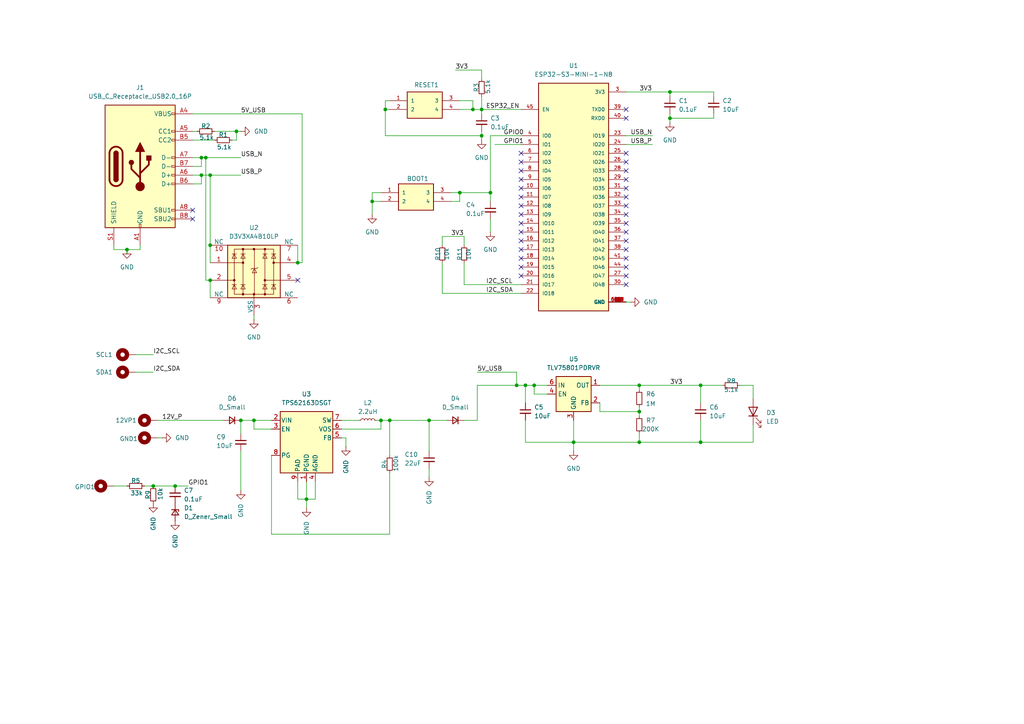
<source format=kicad_sch>
(kicad_sch (version 20231120) (generator "eeschema") (generator_version "8.0")
  (paper "A4")
  (lib_symbols
    (symbol "Connector:USB_C_Receptacle_USB2.0_16P" (pin_names (offset 1.016))
      (property "Reference" "J" (at 0 22.225 0))
      (property "Value" "USB_C_Receptacle_USB2.0_16P" (at 0 19.685 0))
      (symbol "USB_C_Receptacle_USB2.0_16P_1_1"
        (pin passive line (at 0 -22.86 90) (length 5.08) (name "GND") (number "A1"))
        (pin passive line (at 0 -22.86 90) (length 5.08) hide (name "GND") (number "A12"))
        (pin passive line (at 15.24 15.24 180) (length 5.08) (name "VBUS") (number "A4"))
        (pin bidirectional line (at 15.24 10.16 180) (length 5.08) (name "CC1") (number "A5"))
        (pin bidirectional line (at 15.24 -2.54 180) (length 5.08) (name "D+") (number "A6"))
        (pin bidirectional line (at 15.24 2.54 180) (length 5.08) (name "D-") (number "A7"))
        (pin bidirectional line (at 15.24 -12.7 180) (length 5.08) (name "SBU1") (number "A8"))
        (pin passive line (at 15.24 15.24 180) (length 5.08) hide (name "VBUS") (number "A9"))
        (pin passive line (at 0 -22.86 90) (length 5.08) hide (name "GND") (number "B1"))
        (pin passive line (at 0 -22.86 90) (length 5.08) hide (name "GND") (number "B12"))
        (pin passive line (at 15.24 15.24 180) (length 5.08) hide (name "VBUS") (number "B4"))
        (pin bidirectional line (at 15.24 7.62 180) (length 5.08) (name "CC2") (number "B5"))
        (pin bidirectional line (at 15.24 -5.08 180) (length 5.08) (name "D+") (number "B6"))
        (pin bidirectional line (at 15.24 0 180) (length 5.08) (name "D-") (number "B7"))
        (pin bidirectional line (at 15.24 -15.24 180) (length 5.08) (name "SBU2") (number "B8"))
        (pin passive line (at 15.24 15.24 180) (length 5.08) hide (name "VBUS") (number "B9"))
        (pin passive line (at -7.62 -22.86 90) (length 5.08) (name "SHIELD") (number "S1"))
      )
    )
    (symbol "Device:C_Small" (pin_numbers hide) (pin_names (offset 0.254) hide)
      (property "Reference" "C" (at 0.254 1.778 0))
      (property "Value" "C_Small" (at 0.254 -2.032 0))
      (symbol "C_Small_1_1"
        (pin passive line (at 0 2.54 270) (length 2.032) (name "~") (number "1"))
        (pin passive line (at 0 -2.54 90) (length 2.032) (name "~") (number "2"))
      )
    )
    (symbol "Device:D_Small" (pin_numbers hide) (pin_names (offset 0.254) hide)
      (property "Reference" "D" (at -1.27 2.032 0))
      (property "Value" "D_Small" (at -3.81 -2.032 0))
      (symbol "D_Small_1_1"
        (pin passive line (at -2.54 0 0) (length 1.778) (name "K") (number "1"))
        (pin passive line (at 2.54 0 180) (length 1.778) (name "A") (number "2"))
      )
    )
    (symbol "Device:D_Zener_Small" (pin_numbers hide) (pin_names (offset 0.254) hide)
      (property "Reference" "D" (at 0 2.286 0))
      (property "Value" "D_Zener_Small" (at 0 -2.286 0))
      (symbol "D_Zener_Small_1_1"
        (pin passive line (at -2.54 0 0) (length 1.778) (name "K") (number "1"))
        (pin passive line (at 2.54 0 180) (length 1.778) (name "A") (number "2"))
      )
    )
    (symbol "Device:LED" (pin_numbers hide) (pin_names (offset 1.016) hide)
      (property "Reference" "D" (at 0 2.54 0))
      (property "Value" "LED" (at 0 -2.54 0))
      (symbol "LED_1_1"
        (pin passive line (at -3.81 0 0) (length 2.54) (name "K") (number "1"))
        (pin passive line (at 3.81 0 180) (length 2.54) (name "A") (number "2"))
      )
    )
    (symbol "Device:L_Small" (pin_numbers hide) (pin_names (offset 0.254) hide)
      (property "Reference" "L" (at 0.762 1.016 0))
      (property "Value" "L_Small" (at 0.762 -1.016 0))
      (symbol "L_Small_1_1"
        (pin passive line (at 0 2.54 270) (length 0.508) (name "~") (number "1"))
        (pin passive line (at 0 -2.54 90) (length 0.508) (name "~") (number "2"))
      )
    )
    (symbol "Device:R_Small" (pin_numbers hide) (pin_names (offset 0.254) hide)
      (property "Reference" "R" (at 0.762 0.508 0))
      (property "Value" "R_Small" (at 0.762 -1.016 0))
      (symbol "R_Small_1_1"
        (pin passive line (at 0 2.54 270) (length 0.762) (name "~") (number "1"))
        (pin passive line (at 0 -2.54 90) (length 0.762) (name "~") (number "2"))
      )
    )
    (symbol "ESP32-S3-MINI-1-N8:ESP32-S3-MINI-1-N8" (pin_names (offset 1.016))
      (property "Reference" "U" (at -10.16 34.29 0))
      (property "Value" "ESP32-S3-MINI-1-N8" (at -10.16 -35.56 0))
      (symbol "ESP32-S3-MINI-1-N8_0_0"
        (pin power_in line (at 15.24 -30.48 180) (length 5.08) (name "GND") (number "1"))
        (pin bidirectional line (at -15.24 2.54 0) (length 5.08) (name "IO6") (number "10"))
        (pin bidirectional line (at -15.24 0 0) (length 5.08) (name "IO7") (number "11"))
        (pin bidirectional line (at -15.24 -2.54 0) (length 5.08) (name "IO8") (number "12"))
        (pin bidirectional line (at -15.24 -5.08 0) (length 5.08) (name "IO9") (number "13"))
        (pin bidirectional line (at -15.24 -7.62 0) (length 5.08) (name "IO10") (number "14"))
        (pin bidirectional line (at -15.24 -10.16 0) (length 5.08) (name "IO11") (number "15"))
        (pin bidirectional line (at -15.24 -12.7 0) (length 5.08) (name "IO12") (number "16"))
        (pin bidirectional line (at -15.24 -15.24 0) (length 5.08) (name "IO13") (number "17"))
        (pin bidirectional line (at -15.24 -17.78 0) (length 5.08) (name "IO14") (number "18"))
        (pin bidirectional line (at -15.24 -20.32 0) (length 5.08) (name "IO15") (number "19"))
        (pin power_in line (at 15.24 -30.48 180) (length 5.08) (name "GND") (number "2"))
        (pin bidirectional line (at -15.24 -22.86 0) (length 5.08) (name "IO16") (number "20"))
        (pin bidirectional line (at -15.24 -25.4 0) (length 5.08) (name "IO17") (number "21"))
        (pin bidirectional line (at -15.24 -27.94 0) (length 5.08) (name "IO18") (number "22"))
        (pin bidirectional line (at 15.24 17.78 180) (length 5.08) (name "IO19") (number "23"))
        (pin bidirectional line (at 15.24 15.24 180) (length 5.08) (name "IO20") (number "24"))
        (pin bidirectional line (at 15.24 12.7 180) (length 5.08) (name "IO21") (number "25"))
        (pin bidirectional line (at 15.24 10.16 180) (length 5.08) (name "IO26") (number "26"))
        (pin bidirectional line (at 15.24 -22.86 180) (length 5.08) (name "IO47") (number "27"))
        (pin bidirectional line (at 15.24 7.62 180) (length 5.08) (name "IO33") (number "28"))
        (pin bidirectional line (at 15.24 5.08 180) (length 5.08) (name "IO34") (number "29"))
        (pin power_in line (at 15.24 30.48 180) (length 5.08) (name "3V3") (number "3"))
        (pin bidirectional line (at 15.24 -25.4 180) (length 5.08) (name "IO48") (number "30"))
        (pin bidirectional line (at 15.24 2.54 180) (length 5.08) (name "IO35") (number "31"))
        (pin bidirectional line (at 15.24 0 180) (length 5.08) (name "IO36") (number "32"))
        (pin bidirectional line (at 15.24 -2.54 180) (length 5.08) (name "IO37") (number "33"))
        (pin bidirectional line (at 15.24 -5.08 180) (length 5.08) (name "IO38") (number "34"))
        (pin bidirectional line (at 15.24 -7.62 180) (length 5.08) (name "IO39") (number "35"))
        (pin bidirectional line (at 15.24 -10.16 180) (length 5.08) (name "IO40") (number "36"))
        (pin bidirectional line (at 15.24 -12.7 180) (length 5.08) (name "IO41") (number "37"))
        (pin bidirectional line (at 15.24 -15.24 180) (length 5.08) (name "IO42") (number "38"))
        (pin bidirectional line (at 15.24 25.4 180) (length 5.08) (name "TXD0") (number "39"))
        (pin bidirectional line (at -15.24 17.78 0) (length 5.08) (name "IO0") (number "4"))
        (pin bidirectional line (at 15.24 22.86 180) (length 5.08) (name "RXD0") (number "40"))
        (pin bidirectional line (at 15.24 -17.78 180) (length 5.08) (name "IO45") (number "41"))
        (pin power_in line (at 15.24 -30.48 180) (length 5.08) (name "GND") (number "42"))
        (pin power_in line (at 15.24 -30.48 180) (length 5.08) (name "GND") (number "43"))
        (pin bidirectional line (at 15.24 -20.32 180) (length 5.08) (name "IO46") (number "44"))
        (pin input line (at -15.24 25.4 0) (length 5.08) (name "EN") (number "45"))
        (pin power_in line (at 15.24 -30.48 180) (length 5.08) (name "GND") (number "46"))
        (pin power_in line (at 15.24 -30.48 180) (length 5.08) (name "GND") (number "47"))
        (pin power_in line (at 15.24 -30.48 180) (length 5.08) (name "GND") (number "48"))
        (pin power_in line (at 15.24 -30.48 180) (length 5.08) (name "GND") (number "49"))
        (pin bidirectional line (at -15.24 15.24 0) (length 5.08) (name "IO1") (number "5"))
        (pin power_in line (at 15.24 -30.48 180) (length 5.08) (name "GND") (number "50"))
        (pin power_in line (at 15.24 -30.48 180) (length 5.08) (name "GND") (number "51"))
        (pin power_in line (at 15.24 -30.48 180) (length 5.08) (name "GND") (number "52"))
        (pin power_in line (at 15.24 -30.48 180) (length 5.08) (name "GND") (number "53"))
        (pin power_in line (at 15.24 -30.48 180) (length 5.08) (name "GND") (number "54"))
        (pin power_in line (at 15.24 -30.48 180) (length 5.08) (name "GND") (number "55"))
        (pin power_in line (at 15.24 -30.48 180) (length 5.08) (name "GND") (number "56"))
        (pin power_in line (at 15.24 -30.48 180) (length 5.08) (name "GND") (number "57"))
        (pin power_in line (at 15.24 -30.48 180) (length 5.08) (name "GND") (number "58"))
        (pin power_in line (at 15.24 -30.48 180) (length 5.08) (name "GND") (number "59"))
        (pin bidirectional line (at -15.24 12.7 0) (length 5.08) (name "IO2") (number "6"))
        (pin power_in line (at 15.24 -30.48 180) (length 5.08) (name "GND") (number "60"))
        (pin power_in line (at 15.24 -30.48 180) (length 5.08) (name "GND") (number "61"))
        (pin power_in line (at 15.24 -30.48 180) (length 5.08) (name "GND") (number "61_1"))
        (pin power_in line (at 15.24 -30.48 180) (length 5.08) (name "GND") (number "61_2"))
        (pin power_in line (at 15.24 -30.48 180) (length 5.08) (name "GND") (number "61_3"))
        (pin power_in line (at 15.24 -30.48 180) (length 5.08) (name "GND") (number "61_4"))
        (pin power_in line (at 15.24 -30.48 180) (length 5.08) (name "GND") (number "61_5"))
        (pin power_in line (at 15.24 -30.48 180) (length 5.08) (name "GND") (number "61_6"))
        (pin power_in line (at 15.24 -30.48 180) (length 5.08) (name "GND") (number "61_7"))
        (pin power_in line (at 15.24 -30.48 180) (length 5.08) (name "GND") (number "61_8"))
        (pin power_in line (at 15.24 -30.48 180) (length 5.08) (name "GND") (number "62"))
        (pin power_in line (at 15.24 -30.48 180) (length 5.08) (name "GND") (number "63"))
        (pin power_in line (at 15.24 -30.48 180) (length 5.08) (name "GND") (number "64"))
        (pin power_in line (at 15.24 -30.48 180) (length 5.08) (name "GND") (number "65"))
        (pin bidirectional line (at -15.24 10.16 0) (length 5.08) (name "IO3") (number "7"))
        (pin bidirectional line (at -15.24 7.62 0) (length 5.08) (name "IO4") (number "8"))
        (pin bidirectional line (at -15.24 5.08 0) (length 5.08) (name "IO5") (number "9"))
      )
    )
    (symbol "Mechanical:MountingHole_Pad" (pin_numbers hide) (pin_names (offset 1.016) hide) (exclude_from_sim yes) (in_bom no)
      (property "Reference" "H" (at 0 6.35 0))
      (property "Value" "MountingHole_Pad" (at 0 4.445 0))
      (symbol "MountingHole_Pad_1_1"
        (pin input line (at 0 -2.54 90) (length 2.54) (name "1") (number "1"))
      )
    )
    (symbol "PTS810SJK250SMTRLFS:PTS810SJK250SMTRLFS" (pin_names (offset 1.016))
      (property "Reference" "S" (at 16.51 7.62 0))
      (property "Value" "PTS810SJK250SMTRLFS" (at 16.51 5.08 0))
      (symbol "PTS810SJK250SMTRLFS_0_0"
        (pin bidirectional line (at 0 0 0) (length 5.08) (name "1") (number "1"))
        (pin bidirectional line (at 0 -2.54 0) (length 5.08) (name "2") (number "2"))
        (pin bidirectional line (at 20.32 0 180) (length 5.08) (name "3") (number "3"))
        (pin bidirectional line (at 20.32 -2.54 180) (length 5.08) (name "4") (number "4"))
      )
    )
    (symbol "Power_Protection:D3V3XA4B10LP" (pin_names (offset 0))
      (property "Reference" "U" (at -0.635 8.89 0))
      (property "Value" "D3V3XA4B10LP" (at 8.89 -10.16 0))
      (symbol "D3V3XA4B10LP_1_1"
        (pin passive line (at -12.7 2.54 0) (length 5.08) (name "~") (number "1"))
        (pin free line (at -12.7 7.62 0) (length 5.08) (name "NC") (number "10"))
        (pin passive line (at -12.7 -2.54 0) (length 5.08) (name "~") (number "2"))
        (pin power_in line (at 0 -12.7 90) (length 5.08) (name "VSS") (number "3"))
        (pin passive line (at 12.7 2.54 180) (length 5.08) (name "~") (number "4"))
        (pin passive line (at 12.7 -2.54 180) (length 5.08) (name "~") (number "5"))
        (pin free line (at 12.7 -7.62 180) (length 5.08) (name "NC") (number "6"))
        (pin free line (at 12.7 7.62 180) (length 5.08) (name "NC") (number "7"))
        (pin passive line (at 0 -12.7 90) (length 5.08) hide (name "VSS") (number "8"))
        (pin free line (at -12.7 -7.62 0) (length 5.08) (name "NC") (number "9"))
      )
    )
    (symbol "Regulator_Linear:TLV75801PDRV"
      (property "Reference" "U" (at -3.81 6.35 0))
      (property "Value" "TLV75801PDRV" (at 0 6.35 0))
      (symbol "TLV75801PDRV_1_1"
        (pin power_out line (at 7.62 2.54 180) (length 2.54) (name "OUT") (number "1"))
        (pin input line (at 7.62 -2.54 180) (length 2.54) (name "FB") (number "2"))
        (pin power_in line (at 0 -7.62 90) (length 2.54) (name "GND") (number "3"))
        (pin input line (at -7.62 0 0) (length 2.54) (name "EN") (number "4"))
        (pin no_connect line (at 5.08 0 180) (length 2.54) hide (name "DNC") (number "5"))
        (pin power_in line (at -7.62 2.54 0) (length 2.54) (name "IN") (number "6"))
        (pin passive line (at 0 -7.62 90) (length 2.54) hide (name "GND") (number "7"))
      )
    )
    (symbol "Regulator_Switching:TPS62163DSG" (pin_names (offset 0.254))
      (property "Reference" "U" (at -7.62 11.43 0))
      (property "Value" "TPS62163DSG" (at -1.27 11.43 0))
      (symbol "TPS62163DSG_1_1"
        (pin power_in line (at 0 -10.16 90) (length 2.54) (name "PGND") (number "1"))
        (pin power_in line (at -10.16 7.62 0) (length 2.54) (name "VIN") (number "2"))
        (pin input line (at -10.16 5.08 0) (length 2.54) (name "EN") (number "3"))
        (pin power_in line (at 2.54 -10.16 90) (length 2.54) (name "AGND") (number "4"))
        (pin input line (at 10.16 2.54 180) (length 2.54) (name "FB") (number "5"))
        (pin input line (at 10.16 5.08 180) (length 2.54) (name "VOS") (number "6"))
        (pin output line (at 10.16 7.62 180) (length 2.54) (name "SW") (number "7"))
        (pin open_collector line (at -10.16 -2.54 0) (length 2.54) (name "PG") (number "8"))
        (pin power_in line (at -2.54 -10.16 90) (length 2.54) (name "PAD") (number "9"))
      )
    )
    (symbol "power:GND" (power) (pin_numbers hide) (pin_names (offset 0) hide)
      (property "Value" "GND" (at 0 -3.81 0))
      (symbol "GND_1_1"
        (pin power_in line (at 0 0 270) (length 0) (name "~") (number "1"))
      )
    )
  )
  (junction (at 86.36 76.2))
  (junction (at 194.31 26.67))
  (junction (at 107.95 58.42))
  (junction (at 185.42 119.38))
  (junction (at 69.85 121.92))
  (junction (at 58.42 45.72))
  (junction (at 185.42 111.76))
  (junction (at 44.45 140.97))
  (junction (at 139.7 31.75))
  (junction (at 194.31 34.29))
  (junction (at 59.69 45.72))
  (junction (at 142.24 55.88))
  (junction (at 111.76 31.75))
  (junction (at 139.7 39.37))
  (junction (at 110.49 121.92))
  (junction (at 133.35 55.88))
  (junction (at 124.46 121.92))
  (junction (at 36.83 72.39))
  (junction (at 203.2 111.76))
  (junction (at 185.42 128.27))
  (junction (at 149.86 111.76))
  (junction (at 166.37 128.27))
  (junction (at 137.16 31.75))
  (junction (at 152.4 111.76))
  (junction (at 203.2 128.27))
  (junction (at 88.9 144.78))
  (junction (at 50.8 140.97))
  (junction (at 113.03 121.92))
  (junction (at 58.42 50.8))
  (junction (at 68.58 38.1))
  (junction (at 73.66 121.92))
  (junction (at 154.94 111.76))
  (junction (at 60.96 71.12))
  (junction (at 60.96 81.28))
  (junction (at 60.96 50.8))
  (no_connect (at 151.13 44.45))
  (no_connect (at 181.61 59.69))
  (no_connect (at 181.61 67.31))
  (no_connect (at 181.61 57.15))
  (no_connect (at 55.88 60.96))
  (no_connect (at 151.13 54.61))
  (no_connect (at 151.13 62.23))
  (no_connect (at 181.61 31.75))
  (no_connect (at 151.13 57.15))
  (no_connect (at 181.61 62.23))
  (no_connect (at 151.13 52.07))
  (no_connect (at 181.61 69.85))
  (no_connect (at 181.61 49.53))
  (no_connect (at 181.61 34.29))
  (no_connect (at 151.13 64.77))
  (no_connect (at 181.61 46.99))
  (no_connect (at 151.13 69.85))
  (no_connect (at 151.13 67.31))
  (no_connect (at 181.61 82.55))
  (no_connect (at 55.88 63.5))
  (no_connect (at 181.61 80.01))
  (no_connect (at 181.61 54.61))
  (no_connect (at 151.13 59.69))
  (no_connect (at 151.13 80.01))
  (no_connect (at 181.61 44.45))
  (no_connect (at 181.61 77.47))
  (no_connect (at 181.61 72.39))
  (no_connect (at 151.13 49.53))
  (no_connect (at 181.61 74.93))
  (no_connect (at 181.61 52.07))
  (no_connect (at 86.36 81.28))
  (no_connect (at 151.13 77.47))
  (no_connect (at 151.13 74.93))
  (no_connect (at 181.61 64.77))
  (no_connect (at 151.13 46.99))
  (no_connect (at 151.13 72.39))
  (wire (pts (xy 55.88 50.8) (xy 58.42 50.8)))
  (wire (pts (xy 207.01 26.67) (xy 194.31 26.67)))
  (wire (pts (xy 138.43 121.92) (xy 138.43 111.76)))
  (wire (pts (xy 86.36 71.12) (xy 86.36 76.2)))
  (wire (pts (xy 100.33 127) (xy 100.33 129.54)))
  (wire (pts (xy 45.72 121.92) (xy 64.77 121.92)))
  (wire (pts (xy 151.13 82.55) (xy 134.62 82.55)))
  (wire (pts (xy 55.88 53.34) (xy 58.42 53.34)))
  (wire (pts (xy 137.16 29.21) (xy 137.16 31.75)))
  (wire (pts (xy 99.06 124.46) (xy 110.49 124.46)))
  (wire (pts (xy 130.81 55.88) (xy 133.35 55.88)))
  (wire (pts (xy 73.66 92.71) (xy 73.66 91.44)))
  (wire (pts (xy 78.74 154.94) (xy 113.03 154.94)))
  (wire (pts (xy 154.94 114.3) (xy 154.94 111.76)))
  (wire (pts (xy 142.24 63.5) (xy 142.24 67.31)))
  (wire (pts (xy 133.35 31.75) (xy 137.16 31.75)))
  (wire (pts (xy 185.42 118.11) (xy 185.42 119.38)))
  (wire (pts (xy 134.62 68.58) (xy 134.62 71.12)))
  (wire (pts (xy 139.7 22.86) (xy 139.7 20.32)))
  (wire (pts (xy 128.27 76.2) (xy 128.27 85.09)))
  (wire (pts (xy 218.44 128.27) (xy 203.2 128.27)))
  (wire (pts (xy 194.31 34.29) (xy 194.31 33.02)))
  (wire (pts (xy 218.44 111.76) (xy 218.44 115.57)))
  (wire (pts (xy 86.36 144.78) (xy 88.9 144.78)))
  (wire (pts (xy 128.27 85.09) (xy 151.13 85.09)))
  (wire (pts (xy 152.4 128.27) (xy 166.37 128.27)))
  (wire (pts (xy 60.96 81.28) (xy 60.96 86.36)))
  (wire (pts (xy 203.2 121.92) (xy 203.2 128.27)))
  (wire (pts (xy 185.42 125.73) (xy 185.42 128.27)))
  (wire (pts (xy 139.7 39.37) (xy 139.7 40.64)))
  (wire (pts (xy 166.37 121.92) (xy 166.37 128.27)))
  (wire (pts (xy 113.03 121.92) (xy 124.46 121.92)))
  (wire (pts (xy 181.61 39.37) (xy 189.23 39.37)))
  (wire (pts (xy 111.76 31.75) (xy 113.03 31.75)))
  (wire (pts (xy 138.43 121.92) (xy 134.62 121.92)))
  (wire (pts (xy 149.86 111.76) (xy 152.4 111.76)))
  (wire (pts (xy 124.46 135.89) (xy 124.46 138.43)))
  (wire (pts (xy 152.4 121.92) (xy 152.4 128.27)))
  (wire (pts (xy 69.85 38.1) (xy 68.58 38.1)))
  (wire (pts (xy 58.42 45.72) (xy 58.42 48.26)))
  (wire (pts (xy 88.9 144.78) (xy 88.9 147.32)))
  (wire (pts (xy 138.43 107.95) (xy 149.86 107.95)))
  (wire (pts (xy 203.2 128.27) (xy 185.42 128.27)))
  (wire (pts (xy 36.83 72.39) (xy 36.83 73.66)))
  (wire (pts (xy 207.01 34.29) (xy 207.01 33.02)))
  (wire (pts (xy 69.85 130.81) (xy 69.85 142.24)))
  (wire (pts (xy 133.35 58.42) (xy 130.81 58.42)))
  (wire (pts (xy 55.88 45.72) (xy 58.42 45.72)))
  (wire (pts (xy 46.99 127) (xy 45.72 127)))
  (wire (pts (xy 60.96 81.28) (xy 59.69 81.28)))
  (wire (pts (xy 55.88 48.26) (xy 58.42 48.26)))
  (wire (pts (xy 62.23 38.1) (xy 68.58 38.1)))
  (wire (pts (xy 139.7 31.75) (xy 151.13 31.75)))
  (wire (pts (xy 59.69 81.28) (xy 59.69 45.72)))
  (wire (pts (xy 55.88 33.02) (xy 87.63 33.02)))
  (wire (pts (xy 88.9 144.78) (xy 91.44 144.78)))
  (wire (pts (xy 166.37 128.27) (xy 166.37 130.81)))
  (wire (pts (xy 58.42 50.8) (xy 60.96 50.8)))
  (wire (pts (xy 39.37 102.87) (xy 44.45 102.87)))
  (wire (pts (xy 194.31 34.29) (xy 207.01 34.29)))
  (wire (pts (xy 152.4 111.76) (xy 152.4 116.84)))
  (wire (pts (xy 87.63 33.02) (xy 87.63 76.2)))
  (wire (pts (xy 110.49 55.88) (xy 107.95 55.88)))
  (wire (pts (xy 185.42 113.03) (xy 185.42 111.76)))
  (wire (pts (xy 113.03 121.92) (xy 113.03 132.08)))
  (wire (pts (xy 139.7 33.02) (xy 139.7 31.75)))
  (wire (pts (xy 60.96 71.12) (xy 60.96 50.8)))
  (wire (pts (xy 137.16 31.75) (xy 139.7 31.75)))
  (wire (pts (xy 154.94 111.76) (xy 158.75 111.76)))
  (wire (pts (xy 86.36 139.7) (xy 86.36 144.78)))
  (wire (pts (xy 67.31 40.64) (xy 68.58 40.64)))
  (wire (pts (xy 58.42 45.72) (xy 59.69 45.72)))
  (wire (pts (xy 139.7 27.94) (xy 139.7 31.75)))
  (wire (pts (xy 142.24 39.37) (xy 151.13 39.37)))
  (wire (pts (xy 134.62 82.55) (xy 134.62 76.2)))
  (wire (pts (xy 33.02 71.12) (xy 33.02 72.39)))
  (wire (pts (xy 128.27 68.58) (xy 134.62 68.58)))
  (wire (pts (xy 111.76 29.21) (xy 111.76 31.75)))
  (wire (pts (xy 142.24 55.88) (xy 133.35 55.88)))
  (wire (pts (xy 60.96 71.12) (xy 60.96 76.2)))
  (wire (pts (xy 132.08 20.32) (xy 139.7 20.32)))
  (wire (pts (xy 109.22 121.92) (xy 110.49 121.92)))
  (wire (pts (xy 207.01 26.67) (xy 207.01 27.94)))
  (wire (pts (xy 107.95 55.88) (xy 107.95 58.42)))
  (wire (pts (xy 181.61 41.91) (xy 189.23 41.91)))
  (wire (pts (xy 149.86 111.76) (xy 149.86 107.95)))
  (wire (pts (xy 60.96 50.8) (xy 69.85 50.8)))
  (wire (pts (xy 139.7 39.37) (xy 111.76 39.37)))
  (wire (pts (xy 124.46 121.92) (xy 129.54 121.92)))
  (wire (pts (xy 194.31 34.29) (xy 194.31 35.56)))
  (wire (pts (xy 33.02 140.97) (xy 36.83 140.97)))
  (wire (pts (xy 181.61 26.67) (xy 194.31 26.67)))
  (wire (pts (xy 203.2 111.76) (xy 203.2 116.84)))
  (wire (pts (xy 181.61 87.63) (xy 182.88 87.63)))
  (wire (pts (xy 99.06 121.92) (xy 104.14 121.92)))
  (wire (pts (xy 110.49 124.46) (xy 110.49 121.92)))
  (wire (pts (xy 55.88 38.1) (xy 57.15 38.1)))
  (wire (pts (xy 55.88 40.64) (xy 62.23 40.64)))
  (wire (pts (xy 203.2 111.76) (xy 209.55 111.76)))
  (wire (pts (xy 58.42 53.34) (xy 58.42 50.8)))
  (wire (pts (xy 173.99 119.38) (xy 185.42 119.38)))
  (wire (pts (xy 111.76 31.75) (xy 111.76 39.37)))
  (wire (pts (xy 173.99 116.84) (xy 173.99 119.38)))
  (wire (pts (xy 73.66 121.92) (xy 78.74 121.92)))
  (wire (pts (xy 50.8 140.97) (xy 54.61 140.97)))
  (wire (pts (xy 73.66 124.46) (xy 73.66 121.92)))
  (wire (pts (xy 142.24 55.88) (xy 142.24 58.42)))
  (wire (pts (xy 194.31 27.94) (xy 194.31 26.67)))
  (wire (pts (xy 142.24 39.37) (xy 142.24 55.88)))
  (wire (pts (xy 152.4 111.76) (xy 154.94 111.76)))
  (wire (pts (xy 185.42 111.76) (xy 203.2 111.76)))
  (wire (pts (xy 133.35 29.21) (xy 137.16 29.21)))
  (wire (pts (xy 138.43 111.76) (xy 149.86 111.76)))
  (wire (pts (xy 99.06 127) (xy 100.33 127)))
  (wire (pts (xy 86.36 76.2) (xy 87.63 76.2)))
  (wire (pts (xy 78.74 124.46) (xy 73.66 124.46)))
  (wire (pts (xy 68.58 40.64) (xy 68.58 38.1)))
  (wire (pts (xy 133.35 55.88) (xy 133.35 58.42)))
  (wire (pts (xy 41.91 140.97) (xy 44.45 140.97)))
  (wire (pts (xy 185.42 119.38) (xy 185.42 120.65)))
  (wire (pts (xy 113.03 137.16) (xy 113.03 154.94)))
  (wire (pts (xy 40.64 72.39) (xy 36.83 72.39)))
  (wire (pts (xy 88.9 139.7) (xy 88.9 144.78)))
  (wire (pts (xy 59.69 45.72) (xy 69.85 45.72)))
  (wire (pts (xy 33.02 72.39) (xy 36.83 72.39)))
  (wire (pts (xy 139.7 38.1) (xy 139.7 39.37)))
  (wire (pts (xy 39.37 107.95) (xy 44.45 107.95)))
  (wire (pts (xy 107.95 58.42) (xy 107.95 62.23)))
  (wire (pts (xy 214.63 111.76) (xy 218.44 111.76)))
  (wire (pts (xy 124.46 121.92) (xy 124.46 130.81)))
  (wire (pts (xy 185.42 128.27) (xy 166.37 128.27)))
  (wire (pts (xy 173.99 111.76) (xy 185.42 111.76)))
  (wire (pts (xy 78.74 132.08) (xy 78.74 154.94)))
  (wire (pts (xy 69.85 121.92) (xy 73.66 121.92)))
  (wire (pts (xy 111.76 29.21) (xy 113.03 29.21)))
  (wire (pts (xy 40.64 71.12) (xy 40.64 72.39)))
  (wire (pts (xy 158.75 114.3) (xy 154.94 114.3)))
  (wire (pts (xy 69.85 121.92) (xy 69.85 125.73)))
  (wire (pts (xy 91.44 139.7) (xy 91.44 144.78)))
  (wire (pts (xy 110.49 121.92) (xy 113.03 121.92)))
  (wire (pts (xy 44.45 140.97) (xy 50.8 140.97)))
  (wire (pts (xy 107.95 58.42) (xy 110.49 58.42)))
  (wire (pts (xy 128.27 71.12) (xy 128.27 68.58)))
  (wire (pts (xy 143.51 41.91) (xy 151.13 41.91)))
  (wire (pts (xy 218.44 123.19) (xy 218.44 128.27)))
  (label "3V3" (at 194.31 111.76 0))
  (label "5V_USB" (at 138.43 107.95 0))
  (label "I2C_SCL" (at 140.97 82.55 0))
  (label "GPIO1" (at 54.61 140.97 0))
  (label "ESP32_EN" (at 140.97 31.75 0))
  (label "I2C_SCL" (at 44.45 102.87 0))
  (label "3V3" (at 130.81 68.58 0))
  (label "USB_N" (at 69.85 45.72 0))
  (label "I2C_SDA" (at 140.97 85.09 0))
  (label "GPIO1" (at 146.05 41.91 0))
  (label "USB_P" (at 182.88 41.91 0))
  (label "I2C_SDA" (at 44.45 107.95 0))
  (label "12V_P" (at 46.99 121.92 0))
  (label "USB_N" (at 182.88 39.37 0))
  (label "3V3" (at 132.08 20.32 0))
  (label "5V_USB" (at 69.85 33.02 0))
  (label "3V3" (at 185.42 26.67 0))
  (label "GPIO0" (at 146.05 39.37 0))
  (label "USB_P" (at 69.85 50.8 0))
  (symbol (lib_id "Regulator_Switching:TPS62163DSG") (at 88.9 129.54 0) (unit 1)
    (property "Reference" "U3" (at 88.9 114.3 0))
    (property "Value" "TPS62163DSGT" (at 88.9 116.84 0))
    (property "Footprint" "Package_SON:WSON-8-1EP_2x2mm_P0.5mm_EP0.9x1.6mm_ThermalVias" (effects (hide yes)))
    (property "Datasheet" "http://www.ti.com/lit/ds/symlink/tps62160.pdf" (effects (hide yes)))
    (property "Description" "1A Step-Down Converter with DCS-Control, fixed 5.0V output, 3-17V input voltage, WSON-8" (effects (hide yes)))
    (property "MANUFACTURER" "Texas Instruments" (effects (hide yes)))
    (property "Part#" "TPS62163DSGT" (effects (hide yes)))
  )
  (symbol (lib_id "Device:R_Small") (at 59.69 38.1 90) (unit 1)
    (property "Reference" "R2" (at 59.69 36.576 90))
    (property "Value" "5.1k" (at 59.944 39.878 90))
    (property "Footprint" "Resistor_SMD:R_0603_1608Metric" (effects (hide yes)))
    (property "Datasheet" "https://www.yageo.com/upload/media/product/products/datasheet/rchip/PYu-RC_Group_51_RoHS_L_12.pdf" (effects (hide yes)))
    (property "Description" "Resistor, small symbol" (effects (hide yes)))
    (property "MANUFACTURER" "YAGEO" (effects (hide yes)))
    (property "Part#" "RC0603FR-075K1L" (effects (hide yes)))
  )
  (symbol (lib_id "Device:D_Small") (at 132.08 121.92 180) (unit 1)
    (property "Reference" "D4" (at 132.08 115.57 0))
    (property "Value" "D_Small" (at 132.08 118.11 0))
    (property "Footprint" "Diode_SMD:D_SOD-123" (effects (hide yes)))
    (property "Datasheet" "https://www.panjit.com.tw/upload/datasheet/SS1030_SERIES.pdf" (effects (hide yes)))
    (property "Description" "Diode, small symbol" (effects (hide yes)))
    (property "Sim.Device" "D" (effects (hide yes)))
    (property "Sim.Pins" "1=K 2=A" (effects (hide yes)))
    (property "Part#" "SS1030_R1_00001" (effects (hide yes)))
    (property "MANUFACTURER" "Panjit International Inc." (effects (hide yes)))
  )
  (symbol (lib_id "Device:D_Zener_Small") (at 50.8 148.59 270) (unit 1)
    (property "Reference" "D1" (at 53.34 147.3199 90) (effects (justify left)))
    (property "Value" "D_Zener_Small" (at 53.34 149.8599 90) (effects (justify left)))
    (property "Footprint" "Diode_SMD:D_SOD-123" (effects (hide yes)))
    (property "Datasheet" "https://www.diodes.com/assets/Datasheets/ds30410.pdf" (effects (hide yes)))
    (property "Description" "Zener diode, small symbol" (effects (hide yes)))
    (property "MANUFACTURER" "Diodes Incorporated" (effects (hide yes)))
    (property "Part#" "DDZ9684-7" (effects (hide yes)))
  )
  (symbol (lib_id "power:GND") (at 50.8 151.13 0) (unit 1)
    (property "Reference" "#PWR012" (effects (hide yes)))
    (property "Value" "GND" (at 50.8001 154.94 90) (effects (justify right)))
    (property "Description" "Power symbol creates a global label with name \"GND\" , ground" (effects (hide yes)))
  )
  (symbol (lib_id "Mechanical:MountingHole_Pad") (at 30.48 140.97 90) (unit 1) (exclude_from_sim yes) (in_bom no)
    (property "Reference" "GPIO1" (at 24.638 141.224 90))
    (property "Footprint" "TestPoint:TestPoint_THTPad_D1.0mm_Drill0.5mm" (effects (hide yes)))
    (property "Description" "Mounting Hole with connection" (effects (hide yes)))
  )
  (symbol (lib_id "power:GND") (at 139.7 40.64 0) (unit 1)
    (property "Reference" "#PWR06" (effects (hide yes)))
    (property "Value" "GND" (at 139.7 45.72 0))
    (property "Description" "Power symbol creates a global label with name \"GND\" , ground" (effects (hide yes)))
  )
  (symbol (lib_id "Regulator_Linear:TLV75801PDRV") (at 166.37 114.3 0) (unit 1)
    (property "Reference" "U5" (at 166.37 104.14 0))
    (property "Value" "TLV75801PDRVR" (at 166.37 106.68 0))
    (property "Footprint" "Package_SON:WSON-6-1EP_2x2mm_P0.65mm_EP1x1.6mm" (effects (hide yes)))
    (property "Datasheet" "https://www.ti.com/lit/ds/symlink/tlv758p.pdf?ts=1698226070408&ref_url=https%253A%252F%252Fwww.ti.com%252Fproduct%252FTLV758P%252Fpart-details%252FTLV75801PDRVR" (effects (hide yes)))
    (property "Description" "500mA Low-Dropout Linear Regulator, Adjustable Output, WSON-6" (effects (hide yes)))
    (property "Part#" "TLV75801PDRVR" (effects (hide yes)))
    (property "MANUFACTURER" "Texas Instruments" (effects (hide yes)))
  )
  (symbol (lib_id "power:GND") (at 69.85 38.1 90) (unit 1)
    (property "Reference" "#PWR01" (effects (hide yes)))
    (property "Value" "GND" (at 73.66 38.0999 90) (effects (justify right)))
    (property "Description" "Power symbol creates a global label with name \"GND\" , ground" (effects (hide yes)))
  )
  (symbol (lib_id "power:GND") (at 46.99 127 90) (unit 1)
    (property "Reference" "#PWR010" (effects (hide yes)))
    (property "Value" "GND" (at 50.8 126.9999 90) (effects (justify right)))
    (property "Description" "Power symbol creates a global label with name \"GND\" , ground" (effects (hide yes)))
  )
  (symbol (lib_id "Device:D_Small") (at 67.31 121.92 180) (unit 1)
    (property "Reference" "D6" (at 67.31 115.57 0))
    (property "Value" "D_Small" (at 67.31 118.11 0))
    (property "Footprint" "Diode_SMD:D_SOD-123" (effects (hide yes)))
    (property "Datasheet" "https://www.panjit.com.tw/upload/datasheet/SS1030_SERIES.pdf" (effects (hide yes)))
    (property "Description" "Diode, small symbol" (effects (hide yes)))
    (property "Sim.Device" "D" (effects (hide yes)))
    (property "Sim.Pins" "1=K 2=A" (effects (hide yes)))
    (property "Part#" "SS1030_R1_00001" (effects (hide yes)))
    (property "MANUFACTURER" "Panjit International Inc." (effects (hide yes)))
  )
  (symbol (lib_id "Device:C_Small") (at 50.8 143.51 0) (unit 1)
    (property "Reference" "C7" (at 53.34 142.2462 0) (effects (justify left)))
    (property "Value" "0.1uF" (at 53.34 144.7862 0) (effects (justify left)))
    (property "Footprint" "Capacitor_SMD:C_0603_1608Metric" (effects (hide yes)))
    (property "Datasheet" "https://www.yageo.com/upload/media/product/productsearch/datasheet/mlcc/UPY-GPHC_X7R_6.3V-to-250V_24.pdf" (effects (hide yes)))
    (property "Description" "Unpolarized capacitor, small symbol" (effects (hide yes)))
    (property "Part#" "CC0603KRX7R7BB104" (effects (hide yes)))
    (property "MANUFACTURER" "YAGEO" (effects (hide yes)))
  )
  (symbol (lib_id "Device:C_Small") (at 207.01 30.48 0) (unit 1)
    (property "Reference" "C2" (at 209.55 29.2162 0) (effects (justify left)))
    (property "Value" "10uF" (at 209.55 31.7562 0) (effects (justify left)))
    (property "Footprint" "Capacitor_SMD:C_0603_1608Metric" (effects (hide yes)))
    (property "Datasheet" "https://mm.digikey.com/Volume0/opasdata/d220001/medias/docus/609/CL10A106KQ8NNNC_Spec.pdf" (effects (hide yes)))
    (property "Description" "Unpolarized capacitor, small symbol" (effects (hide yes)))
    (property "Part#" "CL10A106KQ8NNNC" (effects (hide yes)))
    (property "MANUFACTURER" "Samsung Electro-Mechanics" (effects (hide yes)))
  )
  (symbol (lib_id "Power_Protection:D3V3XA4B10LP") (at 73.66 78.74 0) (unit 1)
    (property "Reference" "U2" (at 73.66 66.04 0))
    (property "Value" "D3V3XA4B10LP" (at 73.66 68.58 0))
    (property "Footprint" "Package_DFN_QFN:Diodes_UDFN-10_1.0x2.5mm_P0.5mm" (effects (hide yes)))
    (property "Datasheet" "https://www.diodes.com/assets/Datasheets/D3V3XA4B10LP.pdf" (effects (hide yes)))
    (property "Description" "4-Channel Low Capacitance TVS Diode Array, DFN-10" (effects (hide yes)))
    (property "Part#" "D3V3XA4B10LP-7" (effects (hide yes)))
    (property "MANUFACTURER" "Diodes Incorporated" (effects (hide yes)))
  )
  (symbol (lib_id "power:GND") (at 142.24 67.31 0) (unit 1)
    (property "Reference" "#PWR08" (effects (hide yes)))
    (property "Value" "GND" (at 142.24 72.39 0))
    (property "Description" "Power symbol creates a global label with name \"GND\" , ground" (effects (hide yes)))
  )
  (symbol (lib_id "Device:R_Small") (at 39.37 140.97 90) (unit 1)
    (property "Reference" "R5" (at 39.37 139.446 90))
    (property "Value" "33k" (at 39.624 143.002 90))
    (property "Footprint" "Resistor_SMD:R_0603_1608Metric" (effects (hide yes)))
    (property "Datasheet" "https://www.yageo.com/upload/media/product/products/datasheet/rchip/PYu-RC_Group_51_RoHS_L_12.pdf" (effects (hide yes)))
    (property "Description" "Resistor, small symbol" (effects (hide yes)))
    (property "MANUFACTURER" "YAGEO" (effects (hide yes)))
    (property "Part#" "RC0603FR-0733KL" (effects (hide yes)))
  )
  (symbol (lib_id "Device:L_Small") (at 106.68 121.92 90) (unit 1)
    (property "Reference" "L2" (at 106.68 116.84 90))
    (property "Value" "2.2uH" (at 106.68 119.38 90))
    (property "Footprint" "Inductor_SMD:L_0603_1608Metric" (effects (hide yes)))
    (property "Datasheet" "https://mm.digikey.com/Volume0/opasdata/d220001/medias/docus/2166/CIGT201610LM2R2MNE_Spec.pdf" (effects (hide yes)))
    (property "Description" "Inductor, small symbol" (effects (hide yes)))
    (property "Part#" "CIGT201610LM2R2MNE" (effects (hide yes)))
    (property "MANUFACTURER" "Samsung Electro-Mechanics" (effects (hide yes)))
  )
  (symbol (lib_id "power:GND") (at 100.33 129.54 0) (unit 1)
    (property "Reference" "#PWR018" (effects (hide yes)))
    (property "Value" "GND" (at 100.3301 133.35 90) (effects (justify right)))
    (property "Description" "Power symbol creates a global label with name \"GND\" , ground" (effects (hide yes)))
  )
  (symbol (lib_id "power:GND") (at 182.88 87.63 90) (unit 1)
    (property "Reference" "#PWR05" (effects (hide yes)))
    (property "Value" "GND" (at 186.69 87.6299 90) (effects (justify right)))
    (property "Description" "Power symbol creates a global label with name \"GND\" , ground" (effects (hide yes)))
  )
  (symbol (lib_id "Device:C_Small") (at 139.7 35.56 0) (unit 1)
    (property "Reference" "C3" (at 142.24 34.2962 0) (effects (justify left)))
    (property "Value" "0.1uF" (at 142.24 36.8362 0) (effects (justify left)))
    (property "Footprint" "Capacitor_SMD:C_0603_1608Metric" (effects (hide yes)))
    (property "Datasheet" "https://www.yageo.com/upload/media/product/productsearch/datasheet/mlcc/UPY-GPHC_X7R_6.3V-to-250V_24.pdf" (effects (hide yes)))
    (property "Description" "Unpolarized capacitor, small symbol" (effects (hide yes)))
    (property "Part#" "CC0603KRX7R7BB104" (effects (hide yes)))
    (property "MANUFACTURER" "YAGEO" (effects (hide yes)))
  )
  (symbol (lib_id "Device:C_Small") (at 194.31 30.48 0) (unit 1)
    (property "Reference" "C1" (at 196.85 29.2162 0) (effects (justify left)))
    (property "Value" "0.1uF" (at 196.85 31.7562 0) (effects (justify left)))
    (property "Footprint" "Capacitor_SMD:C_0603_1608Metric" (effects (hide yes)))
    (property "Datasheet" "https://www.yageo.com/upload/media/product/productsearch/datasheet/mlcc/UPY-GPHC_X7R_6.3V-to-250V_24.pdf" (effects (hide yes)))
    (property "Description" "Unpolarized capacitor, small symbol" (effects (hide yes)))
    (property "Part#" "CC0603KRX7R7BB104" (effects (hide yes)))
    (property "MANUFACTURER" "YAGEO" (effects (hide yes)))
  )
  (symbol (lib_id "PTS810SJK250SMTRLFS:PTS810SJK250SMTRLFS") (at 110.49 55.88 0) (unit 1)
    (property "Reference" "BOOT1" (at 121.158 51.816 0))
    (property "Value" "PTS810SJK250SMTRLFS" (effects (hide yes)))
    (property "Footprint" "PTS810SJK250SMTRLFS:PTS810SJG250SMTRLFS" (effects (hide yes)))
    (property "Datasheet" "https://www.ckswitches.com/media/1476/pts810.pdf" (effects (hide yes)))
    (property "MANUFACTURER_NAME" "C & K COMPONENTS" (effects (hide yes)))
    (property "MF" "Littelfuse" (effects (hide yes)))
    (property "RS_PRICE-STOCK" "http://uk.rs-online.com/web/p/products/1359396P" (effects (hide yes)))
    (property "DESCRIPTION" "IP40 Black Button Tactile Switch, SPST-NO 50 mA 3mm Surface Mount" (effects (hide yes)))
    (property "RS_PART_NUMBER" "1359396P" (effects (hide yes)))
    (property "Price" "None" (effects (hide yes)))
    (property "Package" "None" (effects (hide yes)))
    (property "Check_prices" "https://www.snapeda.com/parts/PTS810SJK250SMTR%20LFS/Littelfuse/view-part/?ref=eda" (effects (hide yes)))
    (property "HEIGHT" "mm" (effects (hide yes)))
    (property "SnapEDA_Link" "https://www.snapeda.com/parts/PTS810SJK250SMTR%20LFS/Littelfuse/view-part/?ref=snap" (effects (hide yes)))
    (property "MP" "PTS810SJK250SMTR LFS" (effects (hide yes)))
    (property "Description_1" "\n                        \n                            Tactile Switch, 0.05A, 16Vdc, Smd, 260Gf; Product Range:Pts810 Series; Actuator Orientation:Top Actuated; Switch Mounting:Surface Mount; Actuator Style:Oval Button; Actuating Force:260Gf; Contact Rating:50Ma At 16Vdc; Ip Rating:Ip40 Rohs Compliant: Yes |C&k Components PTS810 SJK 250 SMTR LFS\n                        \n" (effects (hide yes)))
    (property "Availability" "In Stock" (effects (hide yes)))
    (property "MANUFACTURER_PART_NUMBER" "PTS810SJK250SMTRLFS" (effects (hide yes)))
    (property "MANUFACTURER" "C&K" (effects (hide yes)))
    (property "Part#" "PTS810SJK250SMTR LFS" (effects (hide yes)))
  )
  (symbol (lib_id "power:GND") (at 107.95 62.23 0) (unit 1)
    (property "Reference" "#PWR07" (effects (hide yes)))
    (property "Value" "GND" (at 107.95 67.31 0))
    (property "Description" "Power symbol creates a global label with name \"GND\" , ground" (effects (hide yes)))
  )
  (symbol (lib_id "power:GND") (at 124.46 138.43 0) (unit 1)
    (property "Reference" "#PWR019" (effects (hide yes)))
    (property "Value" "GND" (at 124.4601 142.24 90) (effects (justify right)))
    (property "Description" "Power symbol creates a global label with name \"GND\" , ground" (effects (hide yes)))
  )
  (symbol (lib_id "Device:R_Small") (at 128.27 73.66 180) (unit 1)
    (property "Reference" "R10" (at 127 73.66 90))
    (property "Value" "10k" (at 129.54 73.66 90))
    (property "Footprint" "Resistor_SMD:R_0603_1608Metric" (effects (hide yes)))
    (property "Datasheet" "https://www.yageo.com/upload/media/product/products/datasheet/rchip/PYu-RC_Group_51_RoHS_L_12.pdf" (effects (hide yes)))
    (property "Description" "Resistor, small symbol" (effects (hide yes)))
    (property "MANUFACTURER" "YAGEO" (effects (hide yes)))
    (property "Part#" "RC0603FR-0710KL" (effects (hide yes)))
  )
  (symbol (lib_id "power:GND") (at 69.85 142.24 0) (unit 1)
    (property "Reference" "#PWR016" (effects (hide yes)))
    (property "Value" "GND" (at 69.8501 146.05 90) (effects (justify right)))
    (property "Description" "Power symbol creates a global label with name \"GND\" , ground" (effects (hide yes)))
  )
  (symbol (lib_id "power:GND") (at 194.31 35.56 0) (unit 1)
    (property "Reference" "#PWR02" (effects (hide yes)))
    (property "Value" "GND" (at 194.31 40.64 0))
    (property "Description" "Power symbol creates a global label with name \"GND\" , ground" (effects (hide yes)))
  )
  (symbol (lib_id "Device:R_Small") (at 212.09 111.76 90) (unit 1)
    (property "Reference" "R8" (at 212.09 110.49 90))
    (property "Value" "5.1k" (at 212.09 113.03 90))
    (property "Footprint" "Resistor_SMD:R_0603_1608Metric" (effects (hide yes)))
    (property "Datasheet" "https://www.yageo.com/upload/media/product/products/datasheet/rchip/PYu-RC_Group_51_RoHS_L_12.pdf" (effects (hide yes)))
    (property "Description" "Resistor, small symbol" (effects (hide yes)))
    (property "MANUFACTURER" "YAGEO" (effects (hide yes)))
    (property "Part#" "RC0603FR-075K1L" (effects (hide yes)))
  )
  (symbol (lib_id "Mechanical:MountingHole_Pad") (at 43.18 121.92 90) (unit 1) (exclude_from_sim yes) (in_bom no)
    (property "Reference" "12VP1" (at 36.576 121.92 90))
    (property "Footprint" "TestPoint:TestPoint_THTPad_D1.0mm_Drill0.5mm" (effects (hide yes)))
    (property "Description" "Mounting Hole with connection" (effects (hide yes)))
  )
  (symbol (lib_id "Device:C_Small") (at 152.4 119.38 0) (unit 1)
    (property "Reference" "C5" (at 154.94 118.1162 0) (effects (justify left)))
    (property "Value" "10uF" (at 154.94 120.6562 0) (effects (justify left)))
    (property "Footprint" "Capacitor_SMD:C_0603_1608Metric" (effects (hide yes)))
    (property "Datasheet" "https://mm.digikey.com/Volume0/opasdata/d220001/medias/docus/609/CL10A106KQ8NNNC_Spec.pdf" (effects (hide yes)))
    (property "Description" "Unpolarized capacitor, small symbol" (effects (hide yes)))
    (property "Part#" "CL10A106KQ8NNNC" (effects (hide yes)))
    (property "MANUFACTURER" "Samsung Electro-Mechanics" (effects (hide yes)))
  )
  (symbol (lib_id "power:GND") (at 88.9 147.32 0) (unit 1)
    (property "Reference" "#PWR017" (effects (hide yes)))
    (property "Value" "GND" (at 88.9001 151.13 90) (effects (justify right)))
    (property "Description" "Power symbol creates a global label with name \"GND\" , ground" (effects (hide yes)))
  )
  (symbol (lib_id "PTS810SJK250SMTRLFS:PTS810SJK250SMTRLFS") (at 113.03 29.21 0) (unit 1)
    (property "Reference" "RESET1" (at 123.698 24.638 0))
    (property "Value" "PTS810SJK250SMTRLFS" (effects (hide yes)))
    (property "Footprint" "PTS810SJK250SMTRLFS:PTS810SJG250SMTRLFS" (effects (hide yes)))
    (property "Datasheet" "https://www.ckswitches.com/media/1476/pts810.pdf" (effects (hide yes)))
    (property "MANUFACTURER_NAME" "C & K COMPONENTS" (effects (hide yes)))
    (property "MF" "Littelfuse" (effects (hide yes)))
    (property "RS_PRICE-STOCK" "http://uk.rs-online.com/web/p/products/1359396P" (effects (hide yes)))
    (property "DESCRIPTION" "IP40 Black Button Tactile Switch, SPST-NO 50 mA 3mm Surface Mount" (effects (hide yes)))
    (property "RS_PART_NUMBER" "1359396P" (effects (hide yes)))
    (property "Price" "None" (effects (hide yes)))
    (property "Package" "None" (effects (hide yes)))
    (property "Check_prices" "https://www.snapeda.com/parts/PTS810SJK250SMTR%20LFS/Littelfuse/view-part/?ref=eda" (effects (hide yes)))
    (property "HEIGHT" "mm" (effects (hide yes)))
    (property "SnapEDA_Link" "https://www.snapeda.com/parts/PTS810SJK250SMTR%20LFS/Littelfuse/view-part/?ref=snap" (effects (hide yes)))
    (property "MP" "PTS810SJK250SMTR LFS" (effects (hide yes)))
    (property "Description_1" "\n                        \n                            Tactile Switch, 0.05A, 16Vdc, Smd, 260Gf; Product Range:Pts810 Series; Actuator Orientation:Top Actuated; Switch Mounting:Surface Mount; Actuator Style:Oval Button; Actuating Force:260Gf; Contact Rating:50Ma At 16Vdc; Ip Rating:Ip40 Rohs Compliant: Yes |C&k Components PTS810 SJK 250 SMTR LFS\n                        \n" (effects (hide yes)))
    (property "Availability" "In Stock" (effects (hide yes)))
    (property "MANUFACTURER_PART_NUMBER" "PTS810SJK250SMTRLFS" (effects (hide yes)))
    (property "MANUFACTURER" "C&K" (effects (hide yes)))
    (property "Part#" "PTS810SJK250SMTR LFS" (effects (hide yes)))
  )
  (symbol (lib_id "Device:R_Small") (at 134.62 73.66 180) (unit 1)
    (property "Reference" "R11" (at 133.35 73.66 90))
    (property "Value" "10k" (at 135.89 73.66 90))
    (property "Footprint" "Resistor_SMD:R_0603_1608Metric" (effects (hide yes)))
    (property "Datasheet" "https://www.yageo.com/upload/media/product/products/datasheet/rchip/PYu-RC_Group_51_RoHS_L_12.pdf" (effects (hide yes)))
    (property "Description" "Resistor, small symbol" (effects (hide yes)))
    (property "MANUFACTURER" "YAGEO" (effects (hide yes)))
    (property "Part#" "RC0603FR-0710KL" (effects (hide yes)))
  )
  (symbol (lib_id "Device:R_Small") (at 185.42 115.57 180) (unit 1)
    (property "Reference" "R6" (at 188.722 114.3 0))
    (property "Value" "1M" (at 188.722 117.094 0))
    (property "Footprint" "Resistor_SMD:R_0603_1608Metric" (effects (hide yes)))
    (property "Datasheet" "https://www.yageo.com/upload/media/product/products/datasheet/rchip/PYu-RC_Group_51_RoHS_L_12.pdf" (effects (hide yes)))
    (property "Description" "Resistor, small symbol" (effects (hide yes)))
    (property "MANUFACTURER" "YAGEO" (effects (hide yes)))
    (property "Part#" "RC0603FR-071ML" (effects (hide yes)))
  )
  (symbol (lib_id "Device:LED") (at 218.44 119.38 90) (unit 1)
    (property "Reference" "D3" (at 222.25 119.6974 90) (effects (justify right)))
    (property "Value" "LED" (at 222.25 122.2374 90) (effects (justify right)))
    (property "Footprint" "LED_SMD:LED_0603_1608Metric" (effects (hide yes)))
    (property "Datasheet" "https://mm.digikey.com/Volume0/opasdata/d220001/medias/docus/3791/B19Y1NB-20C000113U1930.pdf" (effects (hide yes)))
    (property "Description" "Light emitting diode" (effects (hide yes)))
    (property "Part#" "B19Y1NB--20C000113U1930" (effects (hide yes)))
    (property "MANUFACTURER" "Harvatek Corporation" (effects (hide yes)))
  )
  (symbol (lib_id "power:GND") (at 36.83 72.39 0) (unit 1)
    (property "Reference" "#PWR03" (effects (hide yes)))
    (property "Value" "GND" (at 36.83 77.47 0))
    (property "Description" "Power symbol creates a global label with name \"GND\" , ground" (effects (hide yes)))
  )
  (symbol (lib_id "Device:C_Small") (at 142.24 60.96 0) (unit 1)
    (property "Reference" "C4" (at 135.128 59.436 0) (effects (justify left)))
    (property "Value" "0.1uF" (at 135.128 61.976 0) (effects (justify left)))
    (property "Footprint" "Capacitor_SMD:C_0603_1608Metric" (effects (hide yes)))
    (property "Datasheet" "https://www.yageo.com/upload/media/product/productsearch/datasheet/mlcc/UPY-GPHC_X7R_6.3V-to-250V_24.pdf" (effects (hide yes)))
    (property "Description" "Unpolarized capacitor, small symbol" (effects (hide yes)))
    (property "Part#" "CC0603KRX7R7BB104" (effects (hide yes)))
    (property "MANUFACTURER" "YAGEO" (effects (hide yes)))
  )
  (symbol (lib_id "power:GND") (at 73.66 92.71 0) (unit 1)
    (property "Reference" "#PWR04" (effects (hide yes)))
    (property "Value" "GND" (at 73.66 97.79 0))
    (property "Description" "Power symbol creates a global label with name \"GND\" , ground" (effects (hide yes)))
  )
  (symbol (lib_id "Mechanical:MountingHole_Pad") (at 43.18 127 90) (unit 1) (exclude_from_sim yes) (in_bom no)
    (property "Reference" "GND1" (at 37.338 127.254 90))
    (property "Footprint" "TestPoint:TestPoint_THTPad_D1.0mm_Drill0.5mm" (effects (hide yes)))
    (property "Description" "Mounting Hole with connection" (effects (hide yes)))
  )
  (symbol (lib_id "Device:R_Small") (at 64.77 40.64 90) (unit 1)
    (property "Reference" "R1" (at 64.77 39.116 90))
    (property "Value" "5.1k" (at 65.024 42.672 90))
    (property "Footprint" "Resistor_SMD:R_0603_1608Metric" (effects (hide yes)))
    (property "Datasheet" "https://www.yageo.com/upload/media/product/products/datasheet/rchip/PYu-RC_Group_51_RoHS_L_12.pdf" (effects (hide yes)))
    (property "Description" "Resistor, small symbol" (effects (hide yes)))
    (property "MANUFACTURER" "YAGEO" (effects (hide yes)))
    (property "Part#" "RC0603FR-075K1L" (effects (hide yes)))
  )
  (symbol (lib_id "ESP32-S3-MINI-1-N8:ESP32-S3-MINI-1-N8") (at 166.37 57.15 0) (unit 1)
    (property "Reference" "U1" (at 166.37 19.05 0))
    (property "Value" "ESP32-S3-MINI-1-N8" (at 166.37 21.59 0))
    (property "Footprint" "ESP32_S3_MINI_1_N8:XCVR_ESP32-S3-MINI-1-N8" (effects (hide yes)))
    (property "Datasheet" "https://www.espressif.com/sites/default/files/documentation/esp32-s3-mini-1_mini-1u_datasheet_en.pdf" (effects (hide yes)))
    (property "MF" "Espressif Systems" (effects (hide yes)))
    (property "MAXIMUM_PACKAGE_HEIGHT" "2.55mm" (effects (hide yes)))
    (property "Package" "None" (effects (hide yes)))
    (property "Price" "None" (effects (hide yes)))
    (property "Check_prices" "https://www.snapeda.com/parts/ESP32-S3-MINI-1-N8/Espressif+Systems/view-part/?ref=eda" (effects (hide yes)))
    (property "STANDARD" "Manufacturer Recommendations" (effects (hide yes)))
    (property "PARTREV" "v0.6" (effects (hide yes)))
    (property "SnapEDA_Link" "https://www.snapeda.com/parts/ESP32-S3-MINI-1-N8/Espressif+Systems/view-part/?ref=snap" (effects (hide yes)))
    (property "MP" "ESP32-S3-MINI-1-N8" (effects (hide yes)))
    (property "Purchase-URL" "https://www.snapeda.com/api/url_track_click_mouser/?unipart_id=8941370&manufacturer=Espressif Systems&part_name=ESP32-S3-MINI-1-N8&search_term=None" (effects (hide yes)))
    (property "Description_1" "\nBluetooth, WiFi 802.11b/g/n, Bluetooth v5.0 Transceiver Module 2.4GHz PCB Trace Surface Mount\n" (effects (hide yes)))
    (property "Availability" "In Stock" (effects (hide yes)))
    (property "MANUFACTURER" "Espressif Systems" (effects (hide yes)))
    (property "Part#" "ESP32-S3-MINI-1-N8" (effects (hide yes)))
  )
  (symbol (lib_id "Connector:USB_C_Receptacle_USB2.0_16P") (at 40.64 48.26 0) (unit 1)
    (property "Reference" "J1" (at 40.64 25.4 0))
    (property "Value" "USB_C_Receptacle_USB2.0_16P" (at 40.64 27.94 0))
    (property "Footprint" "Connector_USB:USB_C_Receptacle_GCT_USB4105-xx-A_16P_TopMnt_Horizontal" (effects (hide yes)))
    (property "Datasheet" "https://mm.digikey.com/Volume0/opasdata/d220001/medias/docus/5492/USB4105.pdf" (effects (hide yes)))
    (property "Description" "USB 2.0-only 16P Type-C Receptacle connector" (effects (hide yes)))
    (property "Part#" "USB4105-GF-A" (effects (hide yes)))
    (property "MANUFACTURER" "GCT" (effects (hide yes)))
  )
  (symbol (lib_id "Device:C_Small") (at 69.85 128.27 0) (unit 1)
    (property "Reference" "C9" (at 62.738 126.746 0) (effects (justify left)))
    (property "Value" "10uF" (at 62.738 129.286 0) (effects (justify left)))
    (property "Footprint" "Capacitor_SMD:C_0603_1608Metric" (effects (hide yes)))
    (property "Datasheet" "https://mm.digikey.com/Volume0/opasdata/d220001/medias/docus/43/CL10X106MO8NRNC_Spec.pdf" (effects (hide yes)))
    (property "Description" "Unpolarized capacitor, small symbol" (effects (hide yes)))
    (property "Part#" "CL10X106MO8NRNC" (effects (hide yes)))
    (property "MANUFACTURER" "Samsung Electro-Mechanics" (effects (hide yes)))
  )
  (symbol (lib_id "Device:C_Small") (at 124.46 133.35 0) (unit 1)
    (property "Reference" "C10" (at 117.348 131.826 0) (effects (justify left)))
    (property "Value" "22uF" (at 117.348 134.366 0) (effects (justify left)))
    (property "Footprint" "Capacitor_SMD:C_0603_1608Metric" (effects (hide yes)))
    (property "Datasheet" "https://mm.digikey.com/Volume0/opasdata/d220001/medias/docus/2901/CL10A226MP8NUNC_Spec.pdf" (effects (hide yes)))
    (property "Description" "Unpolarized capacitor, small symbol" (effects (hide yes)))
    (property "Part#" "CL10A226MP8NUNE" (effects (hide yes)))
    (property "MANUFACTURER" "Samsung Electro-Mechanics" (effects (hide yes)))
  )
  (symbol (lib_id "Device:C_Small") (at 203.2 119.38 0) (unit 1)
    (property "Reference" "C6" (at 205.74 118.1162 0) (effects (justify left)))
    (property "Value" "10uF" (at 205.74 120.6562 0) (effects (justify left)))
    (property "Footprint" "Capacitor_SMD:C_0603_1608Metric" (effects (hide yes)))
    (property "Datasheet" "https://mm.digikey.com/Volume0/opasdata/d220001/medias/docus/609/CL10A106KQ8NNNC_Spec.pdf" (effects (hide yes)))
    (property "Description" "Unpolarized capacitor, small symbol" (effects (hide yes)))
    (property "Part#" "CL10A106KQ8NNNC" (effects (hide yes)))
    (property "MANUFACTURER" "Samsung Electro-Mechanics" (effects (hide yes)))
  )
  (symbol (lib_id "Device:R_Small") (at 113.03 134.62 180) (unit 1)
    (property "Reference" "R4" (at 111.506 134.62 90))
    (property "Value" "100k" (at 114.808 134.366 90))
    (property "Footprint" "Resistor_SMD:R_0603_1608Metric" (effects (hide yes)))
    (property "Datasheet" "https://www.yageo.com/upload/media/product/products/datasheet/rchip/PYu-RC_Group_51_RoHS_L_12.pdf" (effects (hide yes)))
    (property "Description" "Resistor, small symbol" (effects (hide yes)))
    (property "MANUFACTURER" "YAGEO" (effects (hide yes)))
    (property "Part#" "RC0603FR-07100KL" (effects (hide yes)))
  )
  (symbol (lib_id "Device:R_Small") (at 44.45 143.51 180) (unit 1)
    (property "Reference" "R9" (at 42.926 143.51 90))
    (property "Value" "10k" (at 46.482 143.256 90))
    (property "Footprint" "Resistor_SMD:R_0603_1608Metric" (effects (hide yes)))
    (property "Datasheet" "https://www.yageo.com/upload/media/product/products/datasheet/rchip/PYu-RC_Group_51_RoHS_L_12.pdf" (effects (hide yes)))
    (property "Description" "Resistor, small symbol" (effects (hide yes)))
    (property "MANUFACTURER" "YAGEO" (effects (hide yes)))
    (property "Part#" "RC0603FR-0710KL" (effects (hide yes)))
  )
  (symbol (lib_id "power:GND") (at 44.45 146.05 0) (unit 1)
    (property "Reference" "#PWR011" (effects (hide yes)))
    (property "Value" "GND" (at 44.4501 149.86 90) (effects (justify right)))
    (property "Description" "Power symbol creates a global label with name \"GND\" , ground" (effects (hide yes)))
  )
  (symbol (lib_id "Mechanical:MountingHole_Pad") (at 36.83 102.87 90) (unit 1) (exclude_from_sim yes) (in_bom no)
    (property "Reference" "SCL1" (at 30.226 102.87 90))
    (property "Footprint" "TestPoint:TestPoint_THTPad_D1.0mm_Drill0.5mm" (effects (hide yes)))
    (property "Description" "Mounting Hole with connection" (effects (hide yes)))
  )
  (symbol (lib_id "Mechanical:MountingHole_Pad") (at 36.83 107.95 90) (unit 1) (exclude_from_sim yes) (in_bom no)
    (property "Reference" "SDA1" (at 30.226 107.95 90))
    (property "Footprint" "TestPoint:TestPoint_THTPad_D1.0mm_Drill0.5mm" (effects (hide yes)))
    (property "Description" "Mounting Hole with connection" (effects (hide yes)))
  )
  (symbol (lib_id "power:GND") (at 166.37 130.81 0) (unit 1)
    (property "Reference" "#PWR09" (effects (hide yes)))
    (property "Value" "GND" (at 166.37 135.89 0))
    (property "Description" "Power symbol creates a global label with name \"GND\" , ground" (effects (hide yes)))
  )
  (symbol (lib_id "Device:R_Small") (at 139.7 25.4 180) (unit 1)
    (property "Reference" "R3" (at 138.176 25.4 90))
    (property "Value" "5.1k" (at 141.478 25.146 90))
    (property "Footprint" "Resistor_SMD:R_0603_1608Metric" (effects (hide yes)))
    (property "Datasheet" "https://www.yageo.com/upload/media/product/products/datasheet/rchip/PYu-RC_Group_51_RoHS_L_12.pdf" (effects (hide yes)))
    (property "Description" "Resistor, small symbol" (effects (hide yes)))
    (property "MANUFACTURER" "YAGEO" (effects (hide yes)))
    (property "Part#" "RC0603FR-075K1L" (effects (hide yes)))
  )
  (symbol (lib_id "Device:R_Small") (at 185.42 123.19 180) (unit 1)
    (property "Reference" "R7" (at 188.722 121.92 0))
    (property "Value" "200K" (at 188.722 124.46 0))
    (property "Footprint" "Resistor_SMD:R_0603_1608Metric" (effects (hide yes)))
    (property "Datasheet" "https://www.yageo.com/upload/media/product/products/datasheet/rchip/PYu-RC_Group_51_RoHS_L_12.pdf" (effects (hide yes)))
    (property "Description" "Resistor, small symbol" (effects (hide yes)))
    (property "MANUFACTURER" "YAGEO" (effects (hide yes)))
    (property "Part#" "RC0603FR-07200KL" (effects (hide yes)))
  )
)
</source>
